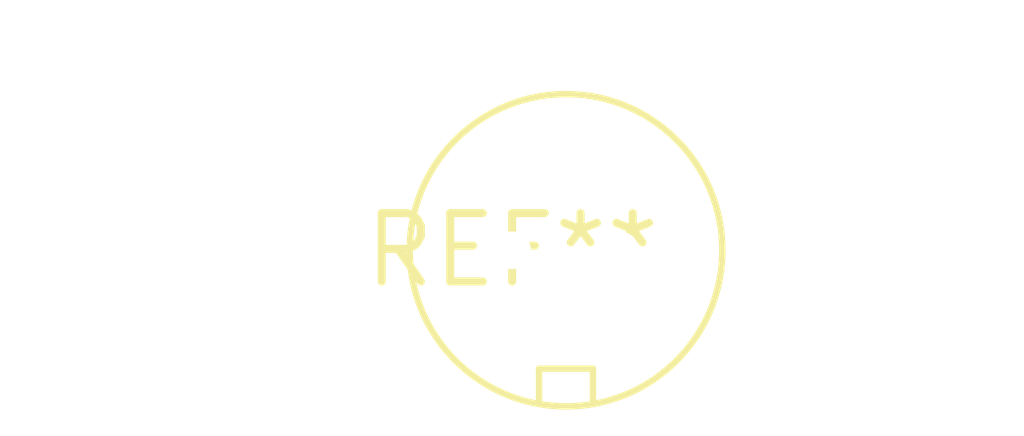
<source format=kicad_pcb>
(kicad_pcb (version 20240108) (generator pcbnew)
  (layers (0 "F.Cu" signal) (31 "B.Cu" signal) (34 "B.Paste" user) (35 "F.Paste" user) (36 "B.SilkS" user "B.Silkscreen") (37 "F.SilkS" user "F.Silkscreen") (38 "B.Mask" user) (39 "F.Mask" user) (44 "Edge.Cuts" user))
  (net 0 "")
  (footprint "LaserDiode_TO56-3" (layer "F.Cu") (at 0 0)
    (property "Reference" "REF**")
    (property "Value" "LaserDiode_TO56-3")
    (fp_line (start 0.5 2.2) (end 1.5 2.2) (layer "F.SilkS") (stroke (width 0.12)))
    (fp_line (start 0.5 2.85) (end 0.5 2.2) (layer "F.SilkS") (stroke (width 0.12)))
    (fp_line (start 1.5 2.2) (end 1.5 2.85) (layer "F.SilkS") (stroke (width 0.12)))
    (fp_circle (center 1 0) (end 3.9 0) (layer "F.SilkS") (stroke (width 0.12)) (fill none))
    (pad "1" thru_hole roundrect (at 0 0 45) (size 1 1) (drill 0.7) (layers *.Cu *.Mask) (remove_unused_layers))
    (pad "2" thru_hole circle (at 1 1) (size 1 1) (drill 0.7) (layers *.Cu *.Mask) (remove_unused_layers))
    (pad "3" thru_hole circle (at 2 0) (size 1 1) (drill 0.7) (layers *.Cu *.Mask) (remove_unused_layers))
  )
)
</source>
